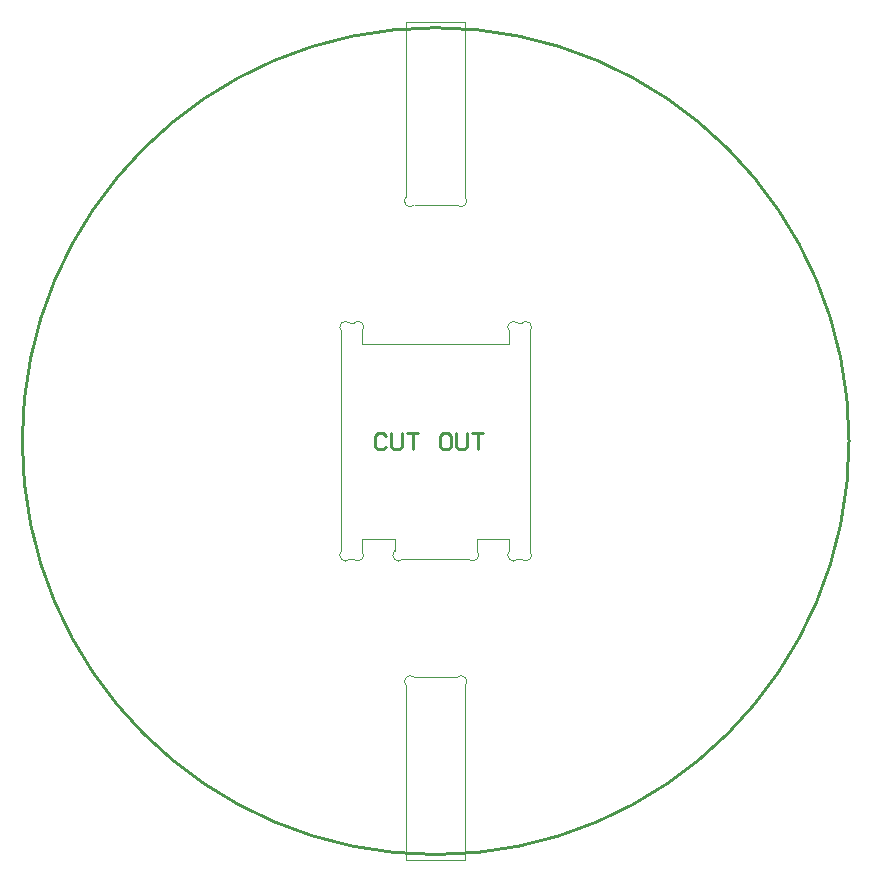
<source format=gko>
%FSLAX24Y24*%
%MOIN*%
G70*
G01*
G75*
G04 Layer_Color=16711935*
%ADD10C,0.0100*%
%ADD11R,0.0197X0.0433*%
%ADD12R,0.0433X0.0197*%
G04:AMPARAMS|DCode=13|XSize=30mil|YSize=22mil|CornerRadius=5.5mil|HoleSize=0mil|Usage=FLASHONLY|Rotation=180.000|XOffset=0mil|YOffset=0mil|HoleType=Round|Shape=RoundedRectangle|*
%AMROUNDEDRECTD13*
21,1,0.0300,0.0110,0,0,180.0*
21,1,0.0190,0.0220,0,0,180.0*
1,1,0.0110,-0.0095,0.0055*
1,1,0.0110,0.0095,0.0055*
1,1,0.0110,0.0095,-0.0055*
1,1,0.0110,-0.0095,-0.0055*
%
%ADD13ROUNDEDRECTD13*%
G04:AMPARAMS|DCode=14|XSize=55.1mil|YSize=39.4mil|CornerRadius=4.9mil|HoleSize=0mil|Usage=FLASHONLY|Rotation=180.000|XOffset=0mil|YOffset=0mil|HoleType=Round|Shape=RoundedRectangle|*
%AMROUNDEDRECTD14*
21,1,0.0551,0.0295,0,0,180.0*
21,1,0.0453,0.0394,0,0,180.0*
1,1,0.0098,-0.0226,0.0148*
1,1,0.0098,0.0226,0.0148*
1,1,0.0098,0.0226,-0.0148*
1,1,0.0098,-0.0226,-0.0148*
%
%ADD14ROUNDEDRECTD14*%
G04:AMPARAMS|DCode=15|XSize=50mil|YSize=24mil|CornerRadius=6mil|HoleSize=0mil|Usage=FLASHONLY|Rotation=180.000|XOffset=0mil|YOffset=0mil|HoleType=Round|Shape=RoundedRectangle|*
%AMROUNDEDRECTD15*
21,1,0.0500,0.0120,0,0,180.0*
21,1,0.0380,0.0240,0,0,180.0*
1,1,0.0120,-0.0190,0.0060*
1,1,0.0120,0.0190,0.0060*
1,1,0.0120,0.0190,-0.0060*
1,1,0.0120,-0.0190,-0.0060*
%
%ADD15ROUNDEDRECTD15*%
G04:AMPARAMS|DCode=16|XSize=30mil|YSize=22mil|CornerRadius=5.5mil|HoleSize=0mil|Usage=FLASHONLY|Rotation=135.000|XOffset=0mil|YOffset=0mil|HoleType=Round|Shape=RoundedRectangle|*
%AMROUNDEDRECTD16*
21,1,0.0300,0.0110,0,0,135.0*
21,1,0.0190,0.0220,0,0,135.0*
1,1,0.0110,-0.0028,0.0106*
1,1,0.0110,0.0106,-0.0028*
1,1,0.0110,0.0028,-0.0106*
1,1,0.0110,-0.0106,0.0028*
%
%ADD16ROUNDEDRECTD16*%
%ADD17R,0.1102X0.1102*%
%ADD18O,0.0098X0.0354*%
%ADD19O,0.0354X0.0098*%
G04:AMPARAMS|DCode=20|XSize=40mil|YSize=40mil|CornerRadius=10mil|HoleSize=0mil|Usage=FLASHONLY|Rotation=135.000|XOffset=0mil|YOffset=0mil|HoleType=Round|Shape=RoundedRectangle|*
%AMROUNDEDRECTD20*
21,1,0.0400,0.0200,0,0,135.0*
21,1,0.0200,0.0400,0,0,135.0*
1,1,0.0200,0.0000,0.0141*
1,1,0.0200,0.0141,0.0000*
1,1,0.0200,0.0000,-0.0141*
1,1,0.0200,-0.0141,0.0000*
%
%ADD20ROUNDEDRECTD20*%
%ADD21P,0.1893X4X180.0*%
G04:AMPARAMS|DCode=22|XSize=9.8mil|YSize=29.5mil|CornerRadius=0mil|HoleSize=0mil|Usage=FLASHONLY|Rotation=135.000|XOffset=0mil|YOffset=0mil|HoleType=Round|Shape=Round|*
%AMOVALD22*
21,1,0.0197,0.0098,0.0000,0.0000,225.0*
1,1,0.0098,0.0070,0.0070*
1,1,0.0098,-0.0070,-0.0070*
%
%ADD22OVALD22*%

G04:AMPARAMS|DCode=23|XSize=9.8mil|YSize=29.5mil|CornerRadius=0mil|HoleSize=0mil|Usage=FLASHONLY|Rotation=225.000|XOffset=0mil|YOffset=0mil|HoleType=Round|Shape=Round|*
%AMOVALD23*
21,1,0.0197,0.0098,0.0000,0.0000,315.0*
1,1,0.0098,-0.0070,0.0070*
1,1,0.0098,0.0070,-0.0070*
%
%ADD23OVALD23*%

G04:AMPARAMS|DCode=24|XSize=35.4mil|YSize=19.7mil|CornerRadius=2.5mil|HoleSize=0mil|Usage=FLASHONLY|Rotation=170.000|XOffset=0mil|YOffset=0mil|HoleType=Round|Shape=RoundedRectangle|*
%AMROUNDEDRECTD24*
21,1,0.0354,0.0148,0,0,170.0*
21,1,0.0305,0.0197,0,0,170.0*
1,1,0.0049,-0.0137,0.0099*
1,1,0.0049,0.0163,0.0046*
1,1,0.0049,0.0137,-0.0099*
1,1,0.0049,-0.0163,-0.0046*
%
%ADD24ROUNDEDRECTD24*%
G04:AMPARAMS|DCode=25|XSize=15.7mil|YSize=19.7mil|CornerRadius=2mil|HoleSize=0mil|Usage=FLASHONLY|Rotation=170.000|XOffset=0mil|YOffset=0mil|HoleType=Round|Shape=RoundedRectangle|*
%AMROUNDEDRECTD25*
21,1,0.0157,0.0157,0,0,170.0*
21,1,0.0118,0.0197,0,0,170.0*
1,1,0.0039,-0.0044,0.0088*
1,1,0.0039,0.0072,0.0067*
1,1,0.0039,0.0044,-0.0088*
1,1,0.0039,-0.0072,-0.0067*
%
%ADD25ROUNDEDRECTD25*%
G04:AMPARAMS|DCode=26|XSize=35.4mil|YSize=19.7mil|CornerRadius=2.5mil|HoleSize=0mil|Usage=FLASHONLY|Rotation=162.000|XOffset=0mil|YOffset=0mil|HoleType=Round|Shape=RoundedRectangle|*
%AMROUNDEDRECTD26*
21,1,0.0354,0.0148,0,0,162.0*
21,1,0.0305,0.0197,0,0,162.0*
1,1,0.0049,-0.0122,0.0117*
1,1,0.0049,0.0168,0.0023*
1,1,0.0049,0.0122,-0.0117*
1,1,0.0049,-0.0168,-0.0023*
%
%ADD26ROUNDEDRECTD26*%
G04:AMPARAMS|DCode=27|XSize=15.7mil|YSize=19.7mil|CornerRadius=2mil|HoleSize=0mil|Usage=FLASHONLY|Rotation=162.000|XOffset=0mil|YOffset=0mil|HoleType=Round|Shape=RoundedRectangle|*
%AMROUNDEDRECTD27*
21,1,0.0157,0.0157,0,0,162.0*
21,1,0.0118,0.0197,0,0,162.0*
1,1,0.0039,-0.0032,0.0093*
1,1,0.0039,0.0081,0.0057*
1,1,0.0039,0.0032,-0.0093*
1,1,0.0039,-0.0081,-0.0057*
%
%ADD27ROUNDEDRECTD27*%
G04:AMPARAMS|DCode=28|XSize=35.4mil|YSize=19.7mil|CornerRadius=2.5mil|HoleSize=0mil|Usage=FLASHONLY|Rotation=154.000|XOffset=0mil|YOffset=0mil|HoleType=Round|Shape=RoundedRectangle|*
%AMROUNDEDRECTD28*
21,1,0.0354,0.0148,0,0,154.0*
21,1,0.0305,0.0197,0,0,154.0*
1,1,0.0049,-0.0105,0.0133*
1,1,0.0049,0.0169,-0.0001*
1,1,0.0049,0.0105,-0.0133*
1,1,0.0049,-0.0169,0.0001*
%
%ADD28ROUNDEDRECTD28*%
G04:AMPARAMS|DCode=29|XSize=15.7mil|YSize=19.7mil|CornerRadius=2mil|HoleSize=0mil|Usage=FLASHONLY|Rotation=154.000|XOffset=0mil|YOffset=0mil|HoleType=Round|Shape=RoundedRectangle|*
%AMROUNDEDRECTD29*
21,1,0.0157,0.0157,0,0,154.0*
21,1,0.0118,0.0197,0,0,154.0*
1,1,0.0039,-0.0019,0.0097*
1,1,0.0039,0.0088,0.0045*
1,1,0.0039,0.0019,-0.0097*
1,1,0.0039,-0.0088,-0.0045*
%
%ADD29ROUNDEDRECTD29*%
G04:AMPARAMS|DCode=30|XSize=35.4mil|YSize=19.7mil|CornerRadius=2.5mil|HoleSize=0mil|Usage=FLASHONLY|Rotation=146.000|XOffset=0mil|YOffset=0mil|HoleType=Round|Shape=RoundedRectangle|*
%AMROUNDEDRECTD30*
21,1,0.0354,0.0148,0,0,146.0*
21,1,0.0305,0.0197,0,0,146.0*
1,1,0.0049,-0.0085,0.0147*
1,1,0.0049,0.0168,-0.0024*
1,1,0.0049,0.0085,-0.0147*
1,1,0.0049,-0.0168,0.0024*
%
%ADD30ROUNDEDRECTD30*%
G04:AMPARAMS|DCode=31|XSize=15.7mil|YSize=19.7mil|CornerRadius=2mil|HoleSize=0mil|Usage=FLASHONLY|Rotation=146.000|XOffset=0mil|YOffset=0mil|HoleType=Round|Shape=RoundedRectangle|*
%AMROUNDEDRECTD31*
21,1,0.0157,0.0157,0,0,146.0*
21,1,0.0118,0.0197,0,0,146.0*
1,1,0.0039,-0.0005,0.0098*
1,1,0.0039,0.0093,0.0032*
1,1,0.0039,0.0005,-0.0098*
1,1,0.0039,-0.0093,-0.0032*
%
%ADD31ROUNDEDRECTD31*%
G04:AMPARAMS|DCode=32|XSize=35.4mil|YSize=19.7mil|CornerRadius=2.5mil|HoleSize=0mil|Usage=FLASHONLY|Rotation=138.000|XOffset=0mil|YOffset=0mil|HoleType=Round|Shape=RoundedRectangle|*
%AMROUNDEDRECTD32*
21,1,0.0354,0.0148,0,0,138.0*
21,1,0.0305,0.0197,0,0,138.0*
1,1,0.0049,-0.0064,0.0157*
1,1,0.0049,0.0163,-0.0047*
1,1,0.0049,0.0064,-0.0157*
1,1,0.0049,-0.0163,0.0047*
%
%ADD32ROUNDEDRECTD32*%
G04:AMPARAMS|DCode=33|XSize=15.7mil|YSize=19.7mil|CornerRadius=2mil|HoleSize=0mil|Usage=FLASHONLY|Rotation=138.000|XOffset=0mil|YOffset=0mil|HoleType=Round|Shape=RoundedRectangle|*
%AMROUNDEDRECTD33*
21,1,0.0157,0.0157,0,0,138.0*
21,1,0.0118,0.0197,0,0,138.0*
1,1,0.0039,0.0009,0.0098*
1,1,0.0039,0.0097,0.0019*
1,1,0.0039,-0.0009,-0.0098*
1,1,0.0039,-0.0097,-0.0019*
%
%ADD33ROUNDEDRECTD33*%
G04:AMPARAMS|DCode=34|XSize=35.4mil|YSize=19.7mil|CornerRadius=2.5mil|HoleSize=0mil|Usage=FLASHONLY|Rotation=130.000|XOffset=0mil|YOffset=0mil|HoleType=Round|Shape=RoundedRectangle|*
%AMROUNDEDRECTD34*
21,1,0.0354,0.0148,0,0,130.0*
21,1,0.0305,0.0197,0,0,130.0*
1,1,0.0049,-0.0042,0.0164*
1,1,0.0049,0.0155,-0.0069*
1,1,0.0049,0.0042,-0.0164*
1,1,0.0049,-0.0155,0.0069*
%
%ADD34ROUNDEDRECTD34*%
G04:AMPARAMS|DCode=35|XSize=15.7mil|YSize=19.7mil|CornerRadius=2mil|HoleSize=0mil|Usage=FLASHONLY|Rotation=130.000|XOffset=0mil|YOffset=0mil|HoleType=Round|Shape=RoundedRectangle|*
%AMROUNDEDRECTD35*
21,1,0.0157,0.0157,0,0,130.0*
21,1,0.0118,0.0197,0,0,130.0*
1,1,0.0039,0.0022,0.0096*
1,1,0.0039,0.0098,0.0005*
1,1,0.0039,-0.0022,-0.0096*
1,1,0.0039,-0.0098,-0.0005*
%
%ADD35ROUNDEDRECTD35*%
G04:AMPARAMS|DCode=36|XSize=35.4mil|YSize=19.7mil|CornerRadius=2.5mil|HoleSize=0mil|Usage=FLASHONLY|Rotation=122.000|XOffset=0mil|YOffset=0mil|HoleType=Round|Shape=RoundedRectangle|*
%AMROUNDEDRECTD36*
21,1,0.0354,0.0148,0,0,122.0*
21,1,0.0305,0.0197,0,0,122.0*
1,1,0.0049,-0.0018,0.0169*
1,1,0.0049,0.0143,-0.0090*
1,1,0.0049,0.0018,-0.0169*
1,1,0.0049,-0.0143,0.0090*
%
%ADD36ROUNDEDRECTD36*%
G04:AMPARAMS|DCode=37|XSize=15.7mil|YSize=19.7mil|CornerRadius=2mil|HoleSize=0mil|Usage=FLASHONLY|Rotation=122.000|XOffset=0mil|YOffset=0mil|HoleType=Round|Shape=RoundedRectangle|*
%AMROUNDEDRECTD37*
21,1,0.0157,0.0157,0,0,122.0*
21,1,0.0118,0.0197,0,0,122.0*
1,1,0.0039,0.0035,0.0092*
1,1,0.0039,0.0098,-0.0008*
1,1,0.0039,-0.0035,-0.0092*
1,1,0.0039,-0.0098,0.0008*
%
%ADD37ROUNDEDRECTD37*%
G04:AMPARAMS|DCode=38|XSize=35.4mil|YSize=19.7mil|CornerRadius=2.5mil|HoleSize=0mil|Usage=FLASHONLY|Rotation=114.000|XOffset=0mil|YOffset=0mil|HoleType=Round|Shape=RoundedRectangle|*
%AMROUNDEDRECTD38*
21,1,0.0354,0.0148,0,0,114.0*
21,1,0.0305,0.0197,0,0,114.0*
1,1,0.0049,0.0005,0.0169*
1,1,0.0049,0.0129,-0.0109*
1,1,0.0049,-0.0005,-0.0169*
1,1,0.0049,-0.0129,0.0109*
%
%ADD38ROUNDEDRECTD38*%
G04:AMPARAMS|DCode=39|XSize=15.7mil|YSize=19.7mil|CornerRadius=2mil|HoleSize=0mil|Usage=FLASHONLY|Rotation=114.000|XOffset=0mil|YOffset=0mil|HoleType=Round|Shape=RoundedRectangle|*
%AMROUNDEDRECTD39*
21,1,0.0157,0.0157,0,0,114.0*
21,1,0.0118,0.0197,0,0,114.0*
1,1,0.0039,0.0048,0.0086*
1,1,0.0039,0.0096,-0.0022*
1,1,0.0039,-0.0048,-0.0086*
1,1,0.0039,-0.0096,0.0022*
%
%ADD39ROUNDEDRECTD39*%
G04:AMPARAMS|DCode=40|XSize=35.4mil|YSize=19.7mil|CornerRadius=2.5mil|HoleSize=0mil|Usage=FLASHONLY|Rotation=106.000|XOffset=0mil|YOffset=0mil|HoleType=Round|Shape=RoundedRectangle|*
%AMROUNDEDRECTD40*
21,1,0.0354,0.0148,0,0,106.0*
21,1,0.0305,0.0197,0,0,106.0*
1,1,0.0049,0.0029,0.0167*
1,1,0.0049,0.0113,-0.0126*
1,1,0.0049,-0.0029,-0.0167*
1,1,0.0049,-0.0113,0.0126*
%
%ADD40ROUNDEDRECTD40*%
G04:AMPARAMS|DCode=41|XSize=15.7mil|YSize=19.7mil|CornerRadius=2mil|HoleSize=0mil|Usage=FLASHONLY|Rotation=106.000|XOffset=0mil|YOffset=0mil|HoleType=Round|Shape=RoundedRectangle|*
%AMROUNDEDRECTD41*
21,1,0.0157,0.0157,0,0,106.0*
21,1,0.0118,0.0197,0,0,106.0*
1,1,0.0039,0.0059,0.0078*
1,1,0.0039,0.0092,-0.0035*
1,1,0.0039,-0.0059,-0.0078*
1,1,0.0039,-0.0092,0.0035*
%
%ADD41ROUNDEDRECTD41*%
G04:AMPARAMS|DCode=42|XSize=35.4mil|YSize=19.7mil|CornerRadius=2.5mil|HoleSize=0mil|Usage=FLASHONLY|Rotation=98.000|XOffset=0mil|YOffset=0mil|HoleType=Round|Shape=RoundedRectangle|*
%AMROUNDEDRECTD42*
21,1,0.0354,0.0148,0,0,98.0*
21,1,0.0305,0.0197,0,0,98.0*
1,1,0.0049,0.0052,0.0161*
1,1,0.0049,0.0094,-0.0141*
1,1,0.0049,-0.0052,-0.0161*
1,1,0.0049,-0.0094,0.0141*
%
%ADD42ROUNDEDRECTD42*%
G04:AMPARAMS|DCode=43|XSize=15.7mil|YSize=19.7mil|CornerRadius=2mil|HoleSize=0mil|Usage=FLASHONLY|Rotation=98.000|XOffset=0mil|YOffset=0mil|HoleType=Round|Shape=RoundedRectangle|*
%AMROUNDEDRECTD43*
21,1,0.0157,0.0157,0,0,98.0*
21,1,0.0118,0.0197,0,0,98.0*
1,1,0.0039,0.0070,0.0069*
1,1,0.0039,0.0086,-0.0048*
1,1,0.0039,-0.0070,-0.0069*
1,1,0.0039,-0.0086,0.0048*
%
%ADD43ROUNDEDRECTD43*%
G04:AMPARAMS|DCode=44|XSize=35.4mil|YSize=19.7mil|CornerRadius=2.5mil|HoleSize=0mil|Usage=FLASHONLY|Rotation=10.000|XOffset=0mil|YOffset=0mil|HoleType=Round|Shape=RoundedRectangle|*
%AMROUNDEDRECTD44*
21,1,0.0354,0.0148,0,0,10.0*
21,1,0.0305,0.0197,0,0,10.0*
1,1,0.0049,0.0163,-0.0046*
1,1,0.0049,-0.0137,-0.0099*
1,1,0.0049,-0.0163,0.0046*
1,1,0.0049,0.0137,0.0099*
%
%ADD44ROUNDEDRECTD44*%
G04:AMPARAMS|DCode=45|XSize=15.7mil|YSize=19.7mil|CornerRadius=2mil|HoleSize=0mil|Usage=FLASHONLY|Rotation=10.000|XOffset=0mil|YOffset=0mil|HoleType=Round|Shape=RoundedRectangle|*
%AMROUNDEDRECTD45*
21,1,0.0157,0.0157,0,0,10.0*
21,1,0.0118,0.0197,0,0,10.0*
1,1,0.0039,0.0072,-0.0067*
1,1,0.0039,-0.0044,-0.0088*
1,1,0.0039,-0.0072,0.0067*
1,1,0.0039,0.0044,0.0088*
%
%ADD45ROUNDEDRECTD45*%
G04:AMPARAMS|DCode=46|XSize=35.4mil|YSize=19.7mil|CornerRadius=2.5mil|HoleSize=0mil|Usage=FLASHONLY|Rotation=18.000|XOffset=0mil|YOffset=0mil|HoleType=Round|Shape=RoundedRectangle|*
%AMROUNDEDRECTD46*
21,1,0.0354,0.0148,0,0,18.0*
21,1,0.0305,0.0197,0,0,18.0*
1,1,0.0049,0.0168,-0.0023*
1,1,0.0049,-0.0122,-0.0117*
1,1,0.0049,-0.0168,0.0023*
1,1,0.0049,0.0122,0.0117*
%
%ADD46ROUNDEDRECTD46*%
G04:AMPARAMS|DCode=47|XSize=15.7mil|YSize=19.7mil|CornerRadius=2mil|HoleSize=0mil|Usage=FLASHONLY|Rotation=18.000|XOffset=0mil|YOffset=0mil|HoleType=Round|Shape=RoundedRectangle|*
%AMROUNDEDRECTD47*
21,1,0.0157,0.0157,0,0,18.0*
21,1,0.0118,0.0197,0,0,18.0*
1,1,0.0039,0.0081,-0.0057*
1,1,0.0039,-0.0032,-0.0093*
1,1,0.0039,-0.0081,0.0057*
1,1,0.0039,0.0032,0.0093*
%
%ADD47ROUNDEDRECTD47*%
G04:AMPARAMS|DCode=48|XSize=35.4mil|YSize=19.7mil|CornerRadius=2.5mil|HoleSize=0mil|Usage=FLASHONLY|Rotation=26.000|XOffset=0mil|YOffset=0mil|HoleType=Round|Shape=RoundedRectangle|*
%AMROUNDEDRECTD48*
21,1,0.0354,0.0148,0,0,26.0*
21,1,0.0305,0.0197,0,0,26.0*
1,1,0.0049,0.0169,0.0001*
1,1,0.0049,-0.0105,-0.0133*
1,1,0.0049,-0.0169,-0.0001*
1,1,0.0049,0.0105,0.0133*
%
%ADD48ROUNDEDRECTD48*%
G04:AMPARAMS|DCode=49|XSize=15.7mil|YSize=19.7mil|CornerRadius=2mil|HoleSize=0mil|Usage=FLASHONLY|Rotation=26.000|XOffset=0mil|YOffset=0mil|HoleType=Round|Shape=RoundedRectangle|*
%AMROUNDEDRECTD49*
21,1,0.0157,0.0157,0,0,26.0*
21,1,0.0118,0.0197,0,0,26.0*
1,1,0.0039,0.0088,-0.0045*
1,1,0.0039,-0.0019,-0.0097*
1,1,0.0039,-0.0088,0.0045*
1,1,0.0039,0.0019,0.0097*
%
%ADD49ROUNDEDRECTD49*%
G04:AMPARAMS|DCode=50|XSize=35.4mil|YSize=19.7mil|CornerRadius=2.5mil|HoleSize=0mil|Usage=FLASHONLY|Rotation=34.000|XOffset=0mil|YOffset=0mil|HoleType=Round|Shape=RoundedRectangle|*
%AMROUNDEDRECTD50*
21,1,0.0354,0.0148,0,0,34.0*
21,1,0.0305,0.0197,0,0,34.0*
1,1,0.0049,0.0168,0.0024*
1,1,0.0049,-0.0085,-0.0147*
1,1,0.0049,-0.0168,-0.0024*
1,1,0.0049,0.0085,0.0147*
%
%ADD50ROUNDEDRECTD50*%
G04:AMPARAMS|DCode=51|XSize=15.7mil|YSize=19.7mil|CornerRadius=2mil|HoleSize=0mil|Usage=FLASHONLY|Rotation=34.000|XOffset=0mil|YOffset=0mil|HoleType=Round|Shape=RoundedRectangle|*
%AMROUNDEDRECTD51*
21,1,0.0157,0.0157,0,0,34.0*
21,1,0.0118,0.0197,0,0,34.0*
1,1,0.0039,0.0093,-0.0032*
1,1,0.0039,-0.0005,-0.0098*
1,1,0.0039,-0.0093,0.0032*
1,1,0.0039,0.0005,0.0098*
%
%ADD51ROUNDEDRECTD51*%
G04:AMPARAMS|DCode=52|XSize=35.4mil|YSize=19.7mil|CornerRadius=2.5mil|HoleSize=0mil|Usage=FLASHONLY|Rotation=42.000|XOffset=0mil|YOffset=0mil|HoleType=Round|Shape=RoundedRectangle|*
%AMROUNDEDRECTD52*
21,1,0.0354,0.0148,0,0,42.0*
21,1,0.0305,0.0197,0,0,42.0*
1,1,0.0049,0.0163,0.0047*
1,1,0.0049,-0.0064,-0.0157*
1,1,0.0049,-0.0163,-0.0047*
1,1,0.0049,0.0064,0.0157*
%
%ADD52ROUNDEDRECTD52*%
G04:AMPARAMS|DCode=53|XSize=15.7mil|YSize=19.7mil|CornerRadius=2mil|HoleSize=0mil|Usage=FLASHONLY|Rotation=42.000|XOffset=0mil|YOffset=0mil|HoleType=Round|Shape=RoundedRectangle|*
%AMROUNDEDRECTD53*
21,1,0.0157,0.0157,0,0,42.0*
21,1,0.0118,0.0197,0,0,42.0*
1,1,0.0039,0.0097,-0.0019*
1,1,0.0039,0.0009,-0.0098*
1,1,0.0039,-0.0097,0.0019*
1,1,0.0039,-0.0009,0.0098*
%
%ADD53ROUNDEDRECTD53*%
G04:AMPARAMS|DCode=54|XSize=35.4mil|YSize=19.7mil|CornerRadius=2.5mil|HoleSize=0mil|Usage=FLASHONLY|Rotation=50.000|XOffset=0mil|YOffset=0mil|HoleType=Round|Shape=RoundedRectangle|*
%AMROUNDEDRECTD54*
21,1,0.0354,0.0148,0,0,50.0*
21,1,0.0305,0.0197,0,0,50.0*
1,1,0.0049,0.0155,0.0069*
1,1,0.0049,-0.0042,-0.0164*
1,1,0.0049,-0.0155,-0.0069*
1,1,0.0049,0.0042,0.0164*
%
%ADD54ROUNDEDRECTD54*%
G04:AMPARAMS|DCode=55|XSize=15.7mil|YSize=19.7mil|CornerRadius=2mil|HoleSize=0mil|Usage=FLASHONLY|Rotation=50.000|XOffset=0mil|YOffset=0mil|HoleType=Round|Shape=RoundedRectangle|*
%AMROUNDEDRECTD55*
21,1,0.0157,0.0157,0,0,50.0*
21,1,0.0118,0.0197,0,0,50.0*
1,1,0.0039,0.0098,-0.0005*
1,1,0.0039,0.0022,-0.0096*
1,1,0.0039,-0.0098,0.0005*
1,1,0.0039,-0.0022,0.0096*
%
%ADD55ROUNDEDRECTD55*%
G04:AMPARAMS|DCode=56|XSize=35.4mil|YSize=19.7mil|CornerRadius=2.5mil|HoleSize=0mil|Usage=FLASHONLY|Rotation=58.000|XOffset=0mil|YOffset=0mil|HoleType=Round|Shape=RoundedRectangle|*
%AMROUNDEDRECTD56*
21,1,0.0354,0.0148,0,0,58.0*
21,1,0.0305,0.0197,0,0,58.0*
1,1,0.0049,0.0143,0.0090*
1,1,0.0049,-0.0018,-0.0169*
1,1,0.0049,-0.0143,-0.0090*
1,1,0.0049,0.0018,0.0169*
%
%ADD56ROUNDEDRECTD56*%
G04:AMPARAMS|DCode=57|XSize=15.7mil|YSize=19.7mil|CornerRadius=2mil|HoleSize=0mil|Usage=FLASHONLY|Rotation=58.000|XOffset=0mil|YOffset=0mil|HoleType=Round|Shape=RoundedRectangle|*
%AMROUNDEDRECTD57*
21,1,0.0157,0.0157,0,0,58.0*
21,1,0.0118,0.0197,0,0,58.0*
1,1,0.0039,0.0098,0.0008*
1,1,0.0039,0.0035,-0.0092*
1,1,0.0039,-0.0098,-0.0008*
1,1,0.0039,-0.0035,0.0092*
%
%ADD57ROUNDEDRECTD57*%
G04:AMPARAMS|DCode=58|XSize=35.4mil|YSize=19.7mil|CornerRadius=2.5mil|HoleSize=0mil|Usage=FLASHONLY|Rotation=66.000|XOffset=0mil|YOffset=0mil|HoleType=Round|Shape=RoundedRectangle|*
%AMROUNDEDRECTD58*
21,1,0.0354,0.0148,0,0,66.0*
21,1,0.0305,0.0197,0,0,66.0*
1,1,0.0049,0.0129,0.0109*
1,1,0.0049,0.0005,-0.0169*
1,1,0.0049,-0.0129,-0.0109*
1,1,0.0049,-0.0005,0.0169*
%
%ADD58ROUNDEDRECTD58*%
G04:AMPARAMS|DCode=59|XSize=15.7mil|YSize=19.7mil|CornerRadius=2mil|HoleSize=0mil|Usage=FLASHONLY|Rotation=66.000|XOffset=0mil|YOffset=0mil|HoleType=Round|Shape=RoundedRectangle|*
%AMROUNDEDRECTD59*
21,1,0.0157,0.0157,0,0,66.0*
21,1,0.0118,0.0197,0,0,66.0*
1,1,0.0039,0.0096,0.0022*
1,1,0.0039,0.0048,-0.0086*
1,1,0.0039,-0.0096,-0.0022*
1,1,0.0039,-0.0048,0.0086*
%
%ADD59ROUNDEDRECTD59*%
G04:AMPARAMS|DCode=60|XSize=35.4mil|YSize=19.7mil|CornerRadius=2.5mil|HoleSize=0mil|Usage=FLASHONLY|Rotation=74.000|XOffset=0mil|YOffset=0mil|HoleType=Round|Shape=RoundedRectangle|*
%AMROUNDEDRECTD60*
21,1,0.0354,0.0148,0,0,74.0*
21,1,0.0305,0.0197,0,0,74.0*
1,1,0.0049,0.0113,0.0126*
1,1,0.0049,0.0029,-0.0167*
1,1,0.0049,-0.0113,-0.0126*
1,1,0.0049,-0.0029,0.0167*
%
%ADD60ROUNDEDRECTD60*%
G04:AMPARAMS|DCode=61|XSize=15.7mil|YSize=19.7mil|CornerRadius=2mil|HoleSize=0mil|Usage=FLASHONLY|Rotation=74.000|XOffset=0mil|YOffset=0mil|HoleType=Round|Shape=RoundedRectangle|*
%AMROUNDEDRECTD61*
21,1,0.0157,0.0157,0,0,74.0*
21,1,0.0118,0.0197,0,0,74.0*
1,1,0.0039,0.0092,0.0035*
1,1,0.0039,0.0059,-0.0078*
1,1,0.0039,-0.0092,-0.0035*
1,1,0.0039,-0.0059,0.0078*
%
%ADD61ROUNDEDRECTD61*%
G04:AMPARAMS|DCode=62|XSize=35.4mil|YSize=19.7mil|CornerRadius=2.5mil|HoleSize=0mil|Usage=FLASHONLY|Rotation=82.000|XOffset=0mil|YOffset=0mil|HoleType=Round|Shape=RoundedRectangle|*
%AMROUNDEDRECTD62*
21,1,0.0354,0.0148,0,0,82.0*
21,1,0.0305,0.0197,0,0,82.0*
1,1,0.0049,0.0094,0.0141*
1,1,0.0049,0.0052,-0.0161*
1,1,0.0049,-0.0094,-0.0141*
1,1,0.0049,-0.0052,0.0161*
%
%ADD62ROUNDEDRECTD62*%
G04:AMPARAMS|DCode=63|XSize=15.7mil|YSize=19.7mil|CornerRadius=2mil|HoleSize=0mil|Usage=FLASHONLY|Rotation=82.000|XOffset=0mil|YOffset=0mil|HoleType=Round|Shape=RoundedRectangle|*
%AMROUNDEDRECTD63*
21,1,0.0157,0.0157,0,0,82.0*
21,1,0.0118,0.0197,0,0,82.0*
1,1,0.0039,0.0086,0.0048*
1,1,0.0039,0.0070,-0.0069*
1,1,0.0039,-0.0086,-0.0048*
1,1,0.0039,-0.0070,0.0069*
%
%ADD63ROUNDEDRECTD63*%
G04:AMPARAMS|DCode=64|XSize=35.4mil|YSize=19.7mil|CornerRadius=2.5mil|HoleSize=0mil|Usage=FLASHONLY|Rotation=90.000|XOffset=0mil|YOffset=0mil|HoleType=Round|Shape=RoundedRectangle|*
%AMROUNDEDRECTD64*
21,1,0.0354,0.0148,0,0,90.0*
21,1,0.0305,0.0197,0,0,90.0*
1,1,0.0049,0.0074,0.0153*
1,1,0.0049,0.0074,-0.0153*
1,1,0.0049,-0.0074,-0.0153*
1,1,0.0049,-0.0074,0.0153*
%
%ADD64ROUNDEDRECTD64*%
G04:AMPARAMS|DCode=65|XSize=15.7mil|YSize=19.7mil|CornerRadius=2mil|HoleSize=0mil|Usage=FLASHONLY|Rotation=90.000|XOffset=0mil|YOffset=0mil|HoleType=Round|Shape=RoundedRectangle|*
%AMROUNDEDRECTD65*
21,1,0.0157,0.0157,0,0,90.0*
21,1,0.0118,0.0197,0,0,90.0*
1,1,0.0039,0.0079,0.0059*
1,1,0.0039,0.0079,-0.0059*
1,1,0.0039,-0.0079,-0.0059*
1,1,0.0039,-0.0079,0.0059*
%
%ADD65ROUNDEDRECTD65*%
%ADD66R,0.0886X0.0472*%
%ADD67R,0.0433X0.1063*%
%ADD68R,0.0138X0.0236*%
%ADD69R,0.0453X0.0236*%
G04:AMPARAMS|DCode=70|XSize=30mil|YSize=22mil|CornerRadius=5.5mil|HoleSize=0mil|Usage=FLASHONLY|Rotation=225.000|XOffset=0mil|YOffset=0mil|HoleType=Round|Shape=RoundedRectangle|*
%AMROUNDEDRECTD70*
21,1,0.0300,0.0110,0,0,225.0*
21,1,0.0190,0.0220,0,0,225.0*
1,1,0.0110,-0.0106,-0.0028*
1,1,0.0110,0.0028,0.0106*
1,1,0.0110,0.0106,0.0028*
1,1,0.0110,-0.0028,-0.0106*
%
%ADD70ROUNDEDRECTD70*%
%ADD71R,0.0256X0.0118*%
%ADD72R,0.0689X0.0984*%
%ADD73R,0.0118X0.0256*%
G04:AMPARAMS|DCode=74|XSize=30mil|YSize=22mil|CornerRadius=5.5mil|HoleSize=0mil|Usage=FLASHONLY|Rotation=270.000|XOffset=0mil|YOffset=0mil|HoleType=Round|Shape=RoundedRectangle|*
%AMROUNDEDRECTD74*
21,1,0.0300,0.0110,0,0,270.0*
21,1,0.0190,0.0220,0,0,270.0*
1,1,0.0110,-0.0055,-0.0095*
1,1,0.0110,-0.0055,0.0095*
1,1,0.0110,0.0055,0.0095*
1,1,0.0110,0.0055,-0.0095*
%
%ADD74ROUNDEDRECTD74*%
%ADD75C,0.0200*%
%ADD76C,0.0080*%
%ADD77R,0.4350X0.1000*%
%ADD78R,0.4400X0.1650*%
%ADD79C,0.0276*%
%ADD80R,0.0591X0.0591*%
%ADD81R,0.0591X0.0591*%
%ADD82C,0.0591*%
%ADD83C,0.0250*%
%ADD84C,0.0260*%
%ADD85C,0.0157*%
%ADD86C,0.0300*%
%ADD87C,0.0500*%
%ADD88C,0.0197*%
%ADD89P,0.0341X8X157.5*%
G04:AMPARAMS|DCode=90|XSize=133.9mil|YSize=141.7mil|CornerRadius=0.7mil|HoleSize=0mil|Usage=FLASHONLY|Rotation=135.000|XOffset=0mil|YOffset=0mil|HoleType=Round|Shape=RoundedRectangle|*
%AMROUNDEDRECTD90*
21,1,0.1339,0.1404,0,0,135.0*
21,1,0.1325,0.1417,0,0,135.0*
1,1,0.0013,0.0028,0.0965*
1,1,0.0013,0.0965,0.0028*
1,1,0.0013,-0.0028,-0.0965*
1,1,0.0013,-0.0965,-0.0028*
%
%ADD90ROUNDEDRECTD90*%
G04:AMPARAMS|DCode=91|XSize=133.9mil|YSize=141.7mil|CornerRadius=0.7mil|HoleSize=0mil|Usage=FLASHONLY|Rotation=225.000|XOffset=0mil|YOffset=0mil|HoleType=Round|Shape=RoundedRectangle|*
%AMROUNDEDRECTD91*
21,1,0.1339,0.1404,0,0,225.0*
21,1,0.1325,0.1417,0,0,225.0*
1,1,0.0013,-0.0965,0.0028*
1,1,0.0013,-0.0028,0.0965*
1,1,0.0013,0.0965,-0.0028*
1,1,0.0013,0.0028,-0.0965*
%
%ADD91ROUNDEDRECTD91*%
G04:AMPARAMS|DCode=92|XSize=24mil|YSize=30mil|CornerRadius=6mil|HoleSize=0mil|Usage=FLASHONLY|Rotation=270.000|XOffset=0mil|YOffset=0mil|HoleType=Round|Shape=RoundedRectangle|*
%AMROUNDEDRECTD92*
21,1,0.0240,0.0180,0,0,270.0*
21,1,0.0120,0.0300,0,0,270.0*
1,1,0.0120,-0.0090,-0.0060*
1,1,0.0120,-0.0090,0.0060*
1,1,0.0120,0.0090,0.0060*
1,1,0.0120,0.0090,-0.0060*
%
%ADD92ROUNDEDRECTD92*%
%ADD93R,0.4350X0.0950*%
%ADD94C,0.0098*%
%ADD95C,0.0039*%
%ADD96C,0.0079*%
%ADD97C,0.0010*%
%ADD98C,0.0050*%
%ADD99C,0.0138*%
%ADD100P,0.0000X4X180.0*%
%ADD101C,0.0157*%
G04:AMPARAMS|DCode=102|XSize=23.6mil|YSize=141.7mil|CornerRadius=0mil|HoleSize=0mil|Usage=FLASHONLY|Rotation=135.000|XOffset=0mil|YOffset=0mil|HoleType=Round|Shape=Rectangle|*
%AMROTATEDRECTD102*
4,1,4,0.0585,0.0418,-0.0418,-0.0585,-0.0585,-0.0418,0.0418,0.0585,0.0585,0.0418,0.0*
%
%ADD102ROTATEDRECTD102*%

G04:AMPARAMS|DCode=103|XSize=23.6mil|YSize=141.7mil|CornerRadius=0mil|HoleSize=0mil|Usage=FLASHONLY|Rotation=45.000|XOffset=0mil|YOffset=0mil|HoleType=Round|Shape=Rectangle|*
%AMROTATEDRECTD103*
4,1,4,0.0418,-0.0585,-0.0585,0.0418,-0.0418,0.0585,0.0585,-0.0418,0.0418,-0.0585,0.0*
%
%ADD103ROTATEDRECTD103*%

%ADD104R,0.4400X0.0950*%
%ADD105R,0.4450X0.1400*%
%ADD106R,0.0277X0.0513*%
%ADD107R,0.0513X0.0277*%
G04:AMPARAMS|DCode=108|XSize=38mil|YSize=30mil|CornerRadius=9.5mil|HoleSize=0mil|Usage=FLASHONLY|Rotation=180.000|XOffset=0mil|YOffset=0mil|HoleType=Round|Shape=RoundedRectangle|*
%AMROUNDEDRECTD108*
21,1,0.0380,0.0110,0,0,180.0*
21,1,0.0190,0.0300,0,0,180.0*
1,1,0.0190,-0.0095,0.0055*
1,1,0.0190,0.0095,0.0055*
1,1,0.0190,0.0095,-0.0055*
1,1,0.0190,-0.0095,-0.0055*
%
%ADD108ROUNDEDRECTD108*%
G04:AMPARAMS|DCode=109|XSize=63.1mil|YSize=47.4mil|CornerRadius=8.9mil|HoleSize=0mil|Usage=FLASHONLY|Rotation=180.000|XOffset=0mil|YOffset=0mil|HoleType=Round|Shape=RoundedRectangle|*
%AMROUNDEDRECTD109*
21,1,0.0631,0.0295,0,0,180.0*
21,1,0.0453,0.0474,0,0,180.0*
1,1,0.0178,-0.0226,0.0148*
1,1,0.0178,0.0226,0.0148*
1,1,0.0178,0.0226,-0.0148*
1,1,0.0178,-0.0226,-0.0148*
%
%ADD109ROUNDEDRECTD109*%
G04:AMPARAMS|DCode=110|XSize=58mil|YSize=32mil|CornerRadius=10mil|HoleSize=0mil|Usage=FLASHONLY|Rotation=180.000|XOffset=0mil|YOffset=0mil|HoleType=Round|Shape=RoundedRectangle|*
%AMROUNDEDRECTD110*
21,1,0.0580,0.0120,0,0,180.0*
21,1,0.0380,0.0320,0,0,180.0*
1,1,0.0200,-0.0190,0.0060*
1,1,0.0200,0.0190,0.0060*
1,1,0.0200,0.0190,-0.0060*
1,1,0.0200,-0.0190,-0.0060*
%
%ADD110ROUNDEDRECTD110*%
G04:AMPARAMS|DCode=111|XSize=38mil|YSize=30mil|CornerRadius=9.5mil|HoleSize=0mil|Usage=FLASHONLY|Rotation=135.000|XOffset=0mil|YOffset=0mil|HoleType=Round|Shape=RoundedRectangle|*
%AMROUNDEDRECTD111*
21,1,0.0380,0.0110,0,0,135.0*
21,1,0.0190,0.0300,0,0,135.0*
1,1,0.0190,-0.0028,0.0106*
1,1,0.0190,0.0106,-0.0028*
1,1,0.0190,0.0028,-0.0106*
1,1,0.0190,-0.0106,0.0028*
%
%ADD111ROUNDEDRECTD111*%
%ADD112R,0.1182X0.1182*%
%ADD113O,0.0178X0.0434*%
%ADD114O,0.0434X0.0178*%
G04:AMPARAMS|DCode=115|XSize=48mil|YSize=48mil|CornerRadius=14mil|HoleSize=0mil|Usage=FLASHONLY|Rotation=135.000|XOffset=0mil|YOffset=0mil|HoleType=Round|Shape=RoundedRectangle|*
%AMROUNDEDRECTD115*
21,1,0.0480,0.0200,0,0,135.0*
21,1,0.0200,0.0480,0,0,135.0*
1,1,0.0280,0.0000,0.0141*
1,1,0.0280,0.0141,0.0000*
1,1,0.0280,0.0000,-0.0141*
1,1,0.0280,-0.0141,0.0000*
%
%ADD115ROUNDEDRECTD115*%
G04:AMPARAMS|DCode=116|XSize=15.7mil|YSize=35.4mil|CornerRadius=0mil|HoleSize=0mil|Usage=FLASHONLY|Rotation=135.000|XOffset=0mil|YOffset=0mil|HoleType=Round|Shape=Round|*
%AMOVALD116*
21,1,0.0197,0.0157,0.0000,0.0000,225.0*
1,1,0.0157,0.0070,0.0070*
1,1,0.0157,-0.0070,-0.0070*
%
%ADD116OVALD116*%

G04:AMPARAMS|DCode=117|XSize=15.7mil|YSize=35.4mil|CornerRadius=0mil|HoleSize=0mil|Usage=FLASHONLY|Rotation=225.000|XOffset=0mil|YOffset=0mil|HoleType=Round|Shape=Round|*
%AMOVALD117*
21,1,0.0197,0.0157,0.0000,0.0000,315.0*
1,1,0.0157,-0.0070,0.0070*
1,1,0.0157,0.0070,-0.0070*
%
%ADD117OVALD117*%

G04:AMPARAMS|DCode=118|XSize=43.4mil|YSize=27.7mil|CornerRadius=6.5mil|HoleSize=0mil|Usage=FLASHONLY|Rotation=170.000|XOffset=0mil|YOffset=0mil|HoleType=Round|Shape=RoundedRectangle|*
%AMROUNDEDRECTD118*
21,1,0.0434,0.0148,0,0,170.0*
21,1,0.0305,0.0277,0,0,170.0*
1,1,0.0129,-0.0137,0.0099*
1,1,0.0129,0.0163,0.0046*
1,1,0.0129,0.0137,-0.0099*
1,1,0.0129,-0.0163,-0.0046*
%
%ADD118ROUNDEDRECTD118*%
G04:AMPARAMS|DCode=119|XSize=23.7mil|YSize=27.7mil|CornerRadius=6mil|HoleSize=0mil|Usage=FLASHONLY|Rotation=170.000|XOffset=0mil|YOffset=0mil|HoleType=Round|Shape=RoundedRectangle|*
%AMROUNDEDRECTD119*
21,1,0.0237,0.0157,0,0,170.0*
21,1,0.0118,0.0277,0,0,170.0*
1,1,0.0119,-0.0044,0.0088*
1,1,0.0119,0.0072,0.0067*
1,1,0.0119,0.0044,-0.0088*
1,1,0.0119,-0.0072,-0.0067*
%
%ADD119ROUNDEDRECTD119*%
G04:AMPARAMS|DCode=120|XSize=43.4mil|YSize=27.7mil|CornerRadius=6.5mil|HoleSize=0mil|Usage=FLASHONLY|Rotation=162.000|XOffset=0mil|YOffset=0mil|HoleType=Round|Shape=RoundedRectangle|*
%AMROUNDEDRECTD120*
21,1,0.0434,0.0148,0,0,162.0*
21,1,0.0305,0.0277,0,0,162.0*
1,1,0.0129,-0.0122,0.0117*
1,1,0.0129,0.0168,0.0023*
1,1,0.0129,0.0122,-0.0117*
1,1,0.0129,-0.0168,-0.0023*
%
%ADD120ROUNDEDRECTD120*%
G04:AMPARAMS|DCode=121|XSize=23.7mil|YSize=27.7mil|CornerRadius=6mil|HoleSize=0mil|Usage=FLASHONLY|Rotation=162.000|XOffset=0mil|YOffset=0mil|HoleType=Round|Shape=RoundedRectangle|*
%AMROUNDEDRECTD121*
21,1,0.0237,0.0157,0,0,162.0*
21,1,0.0118,0.0277,0,0,162.0*
1,1,0.0119,-0.0032,0.0093*
1,1,0.0119,0.0081,0.0057*
1,1,0.0119,0.0032,-0.0093*
1,1,0.0119,-0.0081,-0.0057*
%
%ADD121ROUNDEDRECTD121*%
G04:AMPARAMS|DCode=122|XSize=43.4mil|YSize=27.7mil|CornerRadius=6.5mil|HoleSize=0mil|Usage=FLASHONLY|Rotation=154.000|XOffset=0mil|YOffset=0mil|HoleType=Round|Shape=RoundedRectangle|*
%AMROUNDEDRECTD122*
21,1,0.0434,0.0148,0,0,154.0*
21,1,0.0305,0.0277,0,0,154.0*
1,1,0.0129,-0.0105,0.0133*
1,1,0.0129,0.0169,-0.0001*
1,1,0.0129,0.0105,-0.0133*
1,1,0.0129,-0.0169,0.0001*
%
%ADD122ROUNDEDRECTD122*%
G04:AMPARAMS|DCode=123|XSize=23.7mil|YSize=27.7mil|CornerRadius=6mil|HoleSize=0mil|Usage=FLASHONLY|Rotation=154.000|XOffset=0mil|YOffset=0mil|HoleType=Round|Shape=RoundedRectangle|*
%AMROUNDEDRECTD123*
21,1,0.0237,0.0157,0,0,154.0*
21,1,0.0118,0.0277,0,0,154.0*
1,1,0.0119,-0.0019,0.0097*
1,1,0.0119,0.0088,0.0045*
1,1,0.0119,0.0019,-0.0097*
1,1,0.0119,-0.0088,-0.0045*
%
%ADD123ROUNDEDRECTD123*%
G04:AMPARAMS|DCode=124|XSize=43.4mil|YSize=27.7mil|CornerRadius=6.5mil|HoleSize=0mil|Usage=FLASHONLY|Rotation=146.000|XOffset=0mil|YOffset=0mil|HoleType=Round|Shape=RoundedRectangle|*
%AMROUNDEDRECTD124*
21,1,0.0434,0.0148,0,0,146.0*
21,1,0.0305,0.0277,0,0,146.0*
1,1,0.0129,-0.0085,0.0147*
1,1,0.0129,0.0168,-0.0024*
1,1,0.0129,0.0085,-0.0147*
1,1,0.0129,-0.0168,0.0024*
%
%ADD124ROUNDEDRECTD124*%
G04:AMPARAMS|DCode=125|XSize=23.7mil|YSize=27.7mil|CornerRadius=6mil|HoleSize=0mil|Usage=FLASHONLY|Rotation=146.000|XOffset=0mil|YOffset=0mil|HoleType=Round|Shape=RoundedRectangle|*
%AMROUNDEDRECTD125*
21,1,0.0237,0.0157,0,0,146.0*
21,1,0.0118,0.0277,0,0,146.0*
1,1,0.0119,-0.0005,0.0098*
1,1,0.0119,0.0093,0.0032*
1,1,0.0119,0.0005,-0.0098*
1,1,0.0119,-0.0093,-0.0032*
%
%ADD125ROUNDEDRECTD125*%
G04:AMPARAMS|DCode=126|XSize=43.4mil|YSize=27.7mil|CornerRadius=6.5mil|HoleSize=0mil|Usage=FLASHONLY|Rotation=138.000|XOffset=0mil|YOffset=0mil|HoleType=Round|Shape=RoundedRectangle|*
%AMROUNDEDRECTD126*
21,1,0.0434,0.0148,0,0,138.0*
21,1,0.0305,0.0277,0,0,138.0*
1,1,0.0129,-0.0064,0.0157*
1,1,0.0129,0.0163,-0.0047*
1,1,0.0129,0.0064,-0.0157*
1,1,0.0129,-0.0163,0.0047*
%
%ADD126ROUNDEDRECTD126*%
G04:AMPARAMS|DCode=127|XSize=23.7mil|YSize=27.7mil|CornerRadius=6mil|HoleSize=0mil|Usage=FLASHONLY|Rotation=138.000|XOffset=0mil|YOffset=0mil|HoleType=Round|Shape=RoundedRectangle|*
%AMROUNDEDRECTD127*
21,1,0.0237,0.0157,0,0,138.0*
21,1,0.0118,0.0277,0,0,138.0*
1,1,0.0119,0.0009,0.0098*
1,1,0.0119,0.0097,0.0019*
1,1,0.0119,-0.0009,-0.0098*
1,1,0.0119,-0.0097,-0.0019*
%
%ADD127ROUNDEDRECTD127*%
G04:AMPARAMS|DCode=128|XSize=43.4mil|YSize=27.7mil|CornerRadius=6.5mil|HoleSize=0mil|Usage=FLASHONLY|Rotation=130.000|XOffset=0mil|YOffset=0mil|HoleType=Round|Shape=RoundedRectangle|*
%AMROUNDEDRECTD128*
21,1,0.0434,0.0148,0,0,130.0*
21,1,0.0305,0.0277,0,0,130.0*
1,1,0.0129,-0.0042,0.0164*
1,1,0.0129,0.0155,-0.0069*
1,1,0.0129,0.0042,-0.0164*
1,1,0.0129,-0.0155,0.0069*
%
%ADD128ROUNDEDRECTD128*%
G04:AMPARAMS|DCode=129|XSize=23.7mil|YSize=27.7mil|CornerRadius=6mil|HoleSize=0mil|Usage=FLASHONLY|Rotation=130.000|XOffset=0mil|YOffset=0mil|HoleType=Round|Shape=RoundedRectangle|*
%AMROUNDEDRECTD129*
21,1,0.0237,0.0157,0,0,130.0*
21,1,0.0118,0.0277,0,0,130.0*
1,1,0.0119,0.0022,0.0096*
1,1,0.0119,0.0098,0.0005*
1,1,0.0119,-0.0022,-0.0096*
1,1,0.0119,-0.0098,-0.0005*
%
%ADD129ROUNDEDRECTD129*%
G04:AMPARAMS|DCode=130|XSize=43.4mil|YSize=27.7mil|CornerRadius=6.5mil|HoleSize=0mil|Usage=FLASHONLY|Rotation=122.000|XOffset=0mil|YOffset=0mil|HoleType=Round|Shape=RoundedRectangle|*
%AMROUNDEDRECTD130*
21,1,0.0434,0.0148,0,0,122.0*
21,1,0.0305,0.0277,0,0,122.0*
1,1,0.0129,-0.0018,0.0169*
1,1,0.0129,0.0143,-0.0090*
1,1,0.0129,0.0018,-0.0169*
1,1,0.0129,-0.0143,0.0090*
%
%ADD130ROUNDEDRECTD130*%
G04:AMPARAMS|DCode=131|XSize=23.7mil|YSize=27.7mil|CornerRadius=6mil|HoleSize=0mil|Usage=FLASHONLY|Rotation=122.000|XOffset=0mil|YOffset=0mil|HoleType=Round|Shape=RoundedRectangle|*
%AMROUNDEDRECTD131*
21,1,0.0237,0.0157,0,0,122.0*
21,1,0.0118,0.0277,0,0,122.0*
1,1,0.0119,0.0035,0.0092*
1,1,0.0119,0.0098,-0.0008*
1,1,0.0119,-0.0035,-0.0092*
1,1,0.0119,-0.0098,0.0008*
%
%ADD131ROUNDEDRECTD131*%
G04:AMPARAMS|DCode=132|XSize=43.4mil|YSize=27.7mil|CornerRadius=6.5mil|HoleSize=0mil|Usage=FLASHONLY|Rotation=114.000|XOffset=0mil|YOffset=0mil|HoleType=Round|Shape=RoundedRectangle|*
%AMROUNDEDRECTD132*
21,1,0.0434,0.0148,0,0,114.0*
21,1,0.0305,0.0277,0,0,114.0*
1,1,0.0129,0.0005,0.0169*
1,1,0.0129,0.0129,-0.0109*
1,1,0.0129,-0.0005,-0.0169*
1,1,0.0129,-0.0129,0.0109*
%
%ADD132ROUNDEDRECTD132*%
G04:AMPARAMS|DCode=133|XSize=23.7mil|YSize=27.7mil|CornerRadius=6mil|HoleSize=0mil|Usage=FLASHONLY|Rotation=114.000|XOffset=0mil|YOffset=0mil|HoleType=Round|Shape=RoundedRectangle|*
%AMROUNDEDRECTD133*
21,1,0.0237,0.0157,0,0,114.0*
21,1,0.0118,0.0277,0,0,114.0*
1,1,0.0119,0.0048,0.0086*
1,1,0.0119,0.0096,-0.0022*
1,1,0.0119,-0.0048,-0.0086*
1,1,0.0119,-0.0096,0.0022*
%
%ADD133ROUNDEDRECTD133*%
G04:AMPARAMS|DCode=134|XSize=43.4mil|YSize=27.7mil|CornerRadius=6.5mil|HoleSize=0mil|Usage=FLASHONLY|Rotation=106.000|XOffset=0mil|YOffset=0mil|HoleType=Round|Shape=RoundedRectangle|*
%AMROUNDEDRECTD134*
21,1,0.0434,0.0148,0,0,106.0*
21,1,0.0305,0.0277,0,0,106.0*
1,1,0.0129,0.0029,0.0167*
1,1,0.0129,0.0113,-0.0126*
1,1,0.0129,-0.0029,-0.0167*
1,1,0.0129,-0.0113,0.0126*
%
%ADD134ROUNDEDRECTD134*%
G04:AMPARAMS|DCode=135|XSize=23.7mil|YSize=27.7mil|CornerRadius=6mil|HoleSize=0mil|Usage=FLASHONLY|Rotation=106.000|XOffset=0mil|YOffset=0mil|HoleType=Round|Shape=RoundedRectangle|*
%AMROUNDEDRECTD135*
21,1,0.0237,0.0157,0,0,106.0*
21,1,0.0118,0.0277,0,0,106.0*
1,1,0.0119,0.0059,0.0078*
1,1,0.0119,0.0092,-0.0035*
1,1,0.0119,-0.0059,-0.0078*
1,1,0.0119,-0.0092,0.0035*
%
%ADD135ROUNDEDRECTD135*%
G04:AMPARAMS|DCode=136|XSize=43.4mil|YSize=27.7mil|CornerRadius=6.5mil|HoleSize=0mil|Usage=FLASHONLY|Rotation=98.000|XOffset=0mil|YOffset=0mil|HoleType=Round|Shape=RoundedRectangle|*
%AMROUNDEDRECTD136*
21,1,0.0434,0.0148,0,0,98.0*
21,1,0.0305,0.0277,0,0,98.0*
1,1,0.0129,0.0052,0.0161*
1,1,0.0129,0.0094,-0.0141*
1,1,0.0129,-0.0052,-0.0161*
1,1,0.0129,-0.0094,0.0141*
%
%ADD136ROUNDEDRECTD136*%
G04:AMPARAMS|DCode=137|XSize=23.7mil|YSize=27.7mil|CornerRadius=6mil|HoleSize=0mil|Usage=FLASHONLY|Rotation=98.000|XOffset=0mil|YOffset=0mil|HoleType=Round|Shape=RoundedRectangle|*
%AMROUNDEDRECTD137*
21,1,0.0237,0.0157,0,0,98.0*
21,1,0.0118,0.0277,0,0,98.0*
1,1,0.0119,0.0070,0.0069*
1,1,0.0119,0.0086,-0.0048*
1,1,0.0119,-0.0070,-0.0069*
1,1,0.0119,-0.0086,0.0048*
%
%ADD137ROUNDEDRECTD137*%
G04:AMPARAMS|DCode=138|XSize=43.4mil|YSize=27.7mil|CornerRadius=6.5mil|HoleSize=0mil|Usage=FLASHONLY|Rotation=10.000|XOffset=0mil|YOffset=0mil|HoleType=Round|Shape=RoundedRectangle|*
%AMROUNDEDRECTD138*
21,1,0.0434,0.0148,0,0,10.0*
21,1,0.0305,0.0277,0,0,10.0*
1,1,0.0129,0.0163,-0.0046*
1,1,0.0129,-0.0137,-0.0099*
1,1,0.0129,-0.0163,0.0046*
1,1,0.0129,0.0137,0.0099*
%
%ADD138ROUNDEDRECTD138*%
G04:AMPARAMS|DCode=139|XSize=23.7mil|YSize=27.7mil|CornerRadius=6mil|HoleSize=0mil|Usage=FLASHONLY|Rotation=10.000|XOffset=0mil|YOffset=0mil|HoleType=Round|Shape=RoundedRectangle|*
%AMROUNDEDRECTD139*
21,1,0.0237,0.0157,0,0,10.0*
21,1,0.0118,0.0277,0,0,10.0*
1,1,0.0119,0.0072,-0.0067*
1,1,0.0119,-0.0044,-0.0088*
1,1,0.0119,-0.0072,0.0067*
1,1,0.0119,0.0044,0.0088*
%
%ADD139ROUNDEDRECTD139*%
G04:AMPARAMS|DCode=140|XSize=43.4mil|YSize=27.7mil|CornerRadius=6.5mil|HoleSize=0mil|Usage=FLASHONLY|Rotation=18.000|XOffset=0mil|YOffset=0mil|HoleType=Round|Shape=RoundedRectangle|*
%AMROUNDEDRECTD140*
21,1,0.0434,0.0148,0,0,18.0*
21,1,0.0305,0.0277,0,0,18.0*
1,1,0.0129,0.0168,-0.0023*
1,1,0.0129,-0.0122,-0.0117*
1,1,0.0129,-0.0168,0.0023*
1,1,0.0129,0.0122,0.0117*
%
%ADD140ROUNDEDRECTD140*%
G04:AMPARAMS|DCode=141|XSize=23.7mil|YSize=27.7mil|CornerRadius=6mil|HoleSize=0mil|Usage=FLASHONLY|Rotation=18.000|XOffset=0mil|YOffset=0mil|HoleType=Round|Shape=RoundedRectangle|*
%AMROUNDEDRECTD141*
21,1,0.0237,0.0157,0,0,18.0*
21,1,0.0118,0.0277,0,0,18.0*
1,1,0.0119,0.0081,-0.0057*
1,1,0.0119,-0.0032,-0.0093*
1,1,0.0119,-0.0081,0.0057*
1,1,0.0119,0.0032,0.0093*
%
%ADD141ROUNDEDRECTD141*%
G04:AMPARAMS|DCode=142|XSize=43.4mil|YSize=27.7mil|CornerRadius=6.5mil|HoleSize=0mil|Usage=FLASHONLY|Rotation=26.000|XOffset=0mil|YOffset=0mil|HoleType=Round|Shape=RoundedRectangle|*
%AMROUNDEDRECTD142*
21,1,0.0434,0.0148,0,0,26.0*
21,1,0.0305,0.0277,0,0,26.0*
1,1,0.0129,0.0169,0.0001*
1,1,0.0129,-0.0105,-0.0133*
1,1,0.0129,-0.0169,-0.0001*
1,1,0.0129,0.0105,0.0133*
%
%ADD142ROUNDEDRECTD142*%
G04:AMPARAMS|DCode=143|XSize=23.7mil|YSize=27.7mil|CornerRadius=6mil|HoleSize=0mil|Usage=FLASHONLY|Rotation=26.000|XOffset=0mil|YOffset=0mil|HoleType=Round|Shape=RoundedRectangle|*
%AMROUNDEDRECTD143*
21,1,0.0237,0.0157,0,0,26.0*
21,1,0.0118,0.0277,0,0,26.0*
1,1,0.0119,0.0088,-0.0045*
1,1,0.0119,-0.0019,-0.0097*
1,1,0.0119,-0.0088,0.0045*
1,1,0.0119,0.0019,0.0097*
%
%ADD143ROUNDEDRECTD143*%
G04:AMPARAMS|DCode=144|XSize=43.4mil|YSize=27.7mil|CornerRadius=6.5mil|HoleSize=0mil|Usage=FLASHONLY|Rotation=34.000|XOffset=0mil|YOffset=0mil|HoleType=Round|Shape=RoundedRectangle|*
%AMROUNDEDRECTD144*
21,1,0.0434,0.0148,0,0,34.0*
21,1,0.0305,0.0277,0,0,34.0*
1,1,0.0129,0.0168,0.0024*
1,1,0.0129,-0.0085,-0.0147*
1,1,0.0129,-0.0168,-0.0024*
1,1,0.0129,0.0085,0.0147*
%
%ADD144ROUNDEDRECTD144*%
G04:AMPARAMS|DCode=145|XSize=23.7mil|YSize=27.7mil|CornerRadius=6mil|HoleSize=0mil|Usage=FLASHONLY|Rotation=34.000|XOffset=0mil|YOffset=0mil|HoleType=Round|Shape=RoundedRectangle|*
%AMROUNDEDRECTD145*
21,1,0.0237,0.0157,0,0,34.0*
21,1,0.0118,0.0277,0,0,34.0*
1,1,0.0119,0.0093,-0.0032*
1,1,0.0119,-0.0005,-0.0098*
1,1,0.0119,-0.0093,0.0032*
1,1,0.0119,0.0005,0.0098*
%
%ADD145ROUNDEDRECTD145*%
G04:AMPARAMS|DCode=146|XSize=43.4mil|YSize=27.7mil|CornerRadius=6.5mil|HoleSize=0mil|Usage=FLASHONLY|Rotation=42.000|XOffset=0mil|YOffset=0mil|HoleType=Round|Shape=RoundedRectangle|*
%AMROUNDEDRECTD146*
21,1,0.0434,0.0148,0,0,42.0*
21,1,0.0305,0.0277,0,0,42.0*
1,1,0.0129,0.0163,0.0047*
1,1,0.0129,-0.0064,-0.0157*
1,1,0.0129,-0.0163,-0.0047*
1,1,0.0129,0.0064,0.0157*
%
%ADD146ROUNDEDRECTD146*%
G04:AMPARAMS|DCode=147|XSize=23.7mil|YSize=27.7mil|CornerRadius=6mil|HoleSize=0mil|Usage=FLASHONLY|Rotation=42.000|XOffset=0mil|YOffset=0mil|HoleType=Round|Shape=RoundedRectangle|*
%AMROUNDEDRECTD147*
21,1,0.0237,0.0157,0,0,42.0*
21,1,0.0118,0.0277,0,0,42.0*
1,1,0.0119,0.0097,-0.0019*
1,1,0.0119,0.0009,-0.0098*
1,1,0.0119,-0.0097,0.0019*
1,1,0.0119,-0.0009,0.0098*
%
%ADD147ROUNDEDRECTD147*%
G04:AMPARAMS|DCode=148|XSize=43.4mil|YSize=27.7mil|CornerRadius=6.5mil|HoleSize=0mil|Usage=FLASHONLY|Rotation=50.000|XOffset=0mil|YOffset=0mil|HoleType=Round|Shape=RoundedRectangle|*
%AMROUNDEDRECTD148*
21,1,0.0434,0.0148,0,0,50.0*
21,1,0.0305,0.0277,0,0,50.0*
1,1,0.0129,0.0155,0.0069*
1,1,0.0129,-0.0042,-0.0164*
1,1,0.0129,-0.0155,-0.0069*
1,1,0.0129,0.0042,0.0164*
%
%ADD148ROUNDEDRECTD148*%
G04:AMPARAMS|DCode=149|XSize=23.7mil|YSize=27.7mil|CornerRadius=6mil|HoleSize=0mil|Usage=FLASHONLY|Rotation=50.000|XOffset=0mil|YOffset=0mil|HoleType=Round|Shape=RoundedRectangle|*
%AMROUNDEDRECTD149*
21,1,0.0237,0.0157,0,0,50.0*
21,1,0.0118,0.0277,0,0,50.0*
1,1,0.0119,0.0098,-0.0005*
1,1,0.0119,0.0022,-0.0096*
1,1,0.0119,-0.0098,0.0005*
1,1,0.0119,-0.0022,0.0096*
%
%ADD149ROUNDEDRECTD149*%
G04:AMPARAMS|DCode=150|XSize=43.4mil|YSize=27.7mil|CornerRadius=6.5mil|HoleSize=0mil|Usage=FLASHONLY|Rotation=58.000|XOffset=0mil|YOffset=0mil|HoleType=Round|Shape=RoundedRectangle|*
%AMROUNDEDRECTD150*
21,1,0.0434,0.0148,0,0,58.0*
21,1,0.0305,0.0277,0,0,58.0*
1,1,0.0129,0.0143,0.0090*
1,1,0.0129,-0.0018,-0.0169*
1,1,0.0129,-0.0143,-0.0090*
1,1,0.0129,0.0018,0.0169*
%
%ADD150ROUNDEDRECTD150*%
G04:AMPARAMS|DCode=151|XSize=23.7mil|YSize=27.7mil|CornerRadius=6mil|HoleSize=0mil|Usage=FLASHONLY|Rotation=58.000|XOffset=0mil|YOffset=0mil|HoleType=Round|Shape=RoundedRectangle|*
%AMROUNDEDRECTD151*
21,1,0.0237,0.0157,0,0,58.0*
21,1,0.0118,0.0277,0,0,58.0*
1,1,0.0119,0.0098,0.0008*
1,1,0.0119,0.0035,-0.0092*
1,1,0.0119,-0.0098,-0.0008*
1,1,0.0119,-0.0035,0.0092*
%
%ADD151ROUNDEDRECTD151*%
G04:AMPARAMS|DCode=152|XSize=43.4mil|YSize=27.7mil|CornerRadius=6.5mil|HoleSize=0mil|Usage=FLASHONLY|Rotation=66.000|XOffset=0mil|YOffset=0mil|HoleType=Round|Shape=RoundedRectangle|*
%AMROUNDEDRECTD152*
21,1,0.0434,0.0148,0,0,66.0*
21,1,0.0305,0.0277,0,0,66.0*
1,1,0.0129,0.0129,0.0109*
1,1,0.0129,0.0005,-0.0169*
1,1,0.0129,-0.0129,-0.0109*
1,1,0.0129,-0.0005,0.0169*
%
%ADD152ROUNDEDRECTD152*%
G04:AMPARAMS|DCode=153|XSize=23.7mil|YSize=27.7mil|CornerRadius=6mil|HoleSize=0mil|Usage=FLASHONLY|Rotation=66.000|XOffset=0mil|YOffset=0mil|HoleType=Round|Shape=RoundedRectangle|*
%AMROUNDEDRECTD153*
21,1,0.0237,0.0157,0,0,66.0*
21,1,0.0118,0.0277,0,0,66.0*
1,1,0.0119,0.0096,0.0022*
1,1,0.0119,0.0048,-0.0086*
1,1,0.0119,-0.0096,-0.0022*
1,1,0.0119,-0.0048,0.0086*
%
%ADD153ROUNDEDRECTD153*%
G04:AMPARAMS|DCode=154|XSize=43.4mil|YSize=27.7mil|CornerRadius=6.5mil|HoleSize=0mil|Usage=FLASHONLY|Rotation=74.000|XOffset=0mil|YOffset=0mil|HoleType=Round|Shape=RoundedRectangle|*
%AMROUNDEDRECTD154*
21,1,0.0434,0.0148,0,0,74.0*
21,1,0.0305,0.0277,0,0,74.0*
1,1,0.0129,0.0113,0.0126*
1,1,0.0129,0.0029,-0.0167*
1,1,0.0129,-0.0113,-0.0126*
1,1,0.0129,-0.0029,0.0167*
%
%ADD154ROUNDEDRECTD154*%
G04:AMPARAMS|DCode=155|XSize=23.7mil|YSize=27.7mil|CornerRadius=6mil|HoleSize=0mil|Usage=FLASHONLY|Rotation=74.000|XOffset=0mil|YOffset=0mil|HoleType=Round|Shape=RoundedRectangle|*
%AMROUNDEDRECTD155*
21,1,0.0237,0.0157,0,0,74.0*
21,1,0.0118,0.0277,0,0,74.0*
1,1,0.0119,0.0092,0.0035*
1,1,0.0119,0.0059,-0.0078*
1,1,0.0119,-0.0092,-0.0035*
1,1,0.0119,-0.0059,0.0078*
%
%ADD155ROUNDEDRECTD155*%
G04:AMPARAMS|DCode=156|XSize=43.4mil|YSize=27.7mil|CornerRadius=6.5mil|HoleSize=0mil|Usage=FLASHONLY|Rotation=82.000|XOffset=0mil|YOffset=0mil|HoleType=Round|Shape=RoundedRectangle|*
%AMROUNDEDRECTD156*
21,1,0.0434,0.0148,0,0,82.0*
21,1,0.0305,0.0277,0,0,82.0*
1,1,0.0129,0.0094,0.0141*
1,1,0.0129,0.0052,-0.0161*
1,1,0.0129,-0.0094,-0.0141*
1,1,0.0129,-0.0052,0.0161*
%
%ADD156ROUNDEDRECTD156*%
G04:AMPARAMS|DCode=157|XSize=23.7mil|YSize=27.7mil|CornerRadius=6mil|HoleSize=0mil|Usage=FLASHONLY|Rotation=82.000|XOffset=0mil|YOffset=0mil|HoleType=Round|Shape=RoundedRectangle|*
%AMROUNDEDRECTD157*
21,1,0.0237,0.0157,0,0,82.0*
21,1,0.0118,0.0277,0,0,82.0*
1,1,0.0119,0.0086,0.0048*
1,1,0.0119,0.0070,-0.0069*
1,1,0.0119,-0.0086,-0.0048*
1,1,0.0119,-0.0070,0.0069*
%
%ADD157ROUNDEDRECTD157*%
G04:AMPARAMS|DCode=158|XSize=43.4mil|YSize=27.7mil|CornerRadius=6.5mil|HoleSize=0mil|Usage=FLASHONLY|Rotation=90.000|XOffset=0mil|YOffset=0mil|HoleType=Round|Shape=RoundedRectangle|*
%AMROUNDEDRECTD158*
21,1,0.0434,0.0148,0,0,90.0*
21,1,0.0305,0.0277,0,0,90.0*
1,1,0.0129,0.0074,0.0153*
1,1,0.0129,0.0074,-0.0153*
1,1,0.0129,-0.0074,-0.0153*
1,1,0.0129,-0.0074,0.0153*
%
%ADD158ROUNDEDRECTD158*%
G04:AMPARAMS|DCode=159|XSize=23.7mil|YSize=27.7mil|CornerRadius=6mil|HoleSize=0mil|Usage=FLASHONLY|Rotation=90.000|XOffset=0mil|YOffset=0mil|HoleType=Round|Shape=RoundedRectangle|*
%AMROUNDEDRECTD159*
21,1,0.0237,0.0157,0,0,90.0*
21,1,0.0118,0.0277,0,0,90.0*
1,1,0.0119,0.0079,0.0059*
1,1,0.0119,0.0079,-0.0059*
1,1,0.0119,-0.0079,-0.0059*
1,1,0.0119,-0.0079,0.0059*
%
%ADD159ROUNDEDRECTD159*%
%ADD160R,0.0945X0.0532*%
%ADD161R,0.0492X0.1122*%
%ADD162R,0.0197X0.0295*%
%ADD163R,0.0512X0.0295*%
G04:AMPARAMS|DCode=164|XSize=38mil|YSize=30mil|CornerRadius=9.5mil|HoleSize=0mil|Usage=FLASHONLY|Rotation=225.000|XOffset=0mil|YOffset=0mil|HoleType=Round|Shape=RoundedRectangle|*
%AMROUNDEDRECTD164*
21,1,0.0380,0.0110,0,0,225.0*
21,1,0.0190,0.0300,0,0,225.0*
1,1,0.0190,-0.0106,-0.0028*
1,1,0.0190,0.0028,0.0106*
1,1,0.0190,0.0106,0.0028*
1,1,0.0190,-0.0028,-0.0106*
%
%ADD164ROUNDEDRECTD164*%
%ADD165R,0.0336X0.0198*%
%ADD166R,0.0769X0.1064*%
%ADD167R,0.0198X0.0336*%
G04:AMPARAMS|DCode=168|XSize=38mil|YSize=30mil|CornerRadius=9.5mil|HoleSize=0mil|Usage=FLASHONLY|Rotation=270.000|XOffset=0mil|YOffset=0mil|HoleType=Round|Shape=RoundedRectangle|*
%AMROUNDEDRECTD168*
21,1,0.0380,0.0110,0,0,270.0*
21,1,0.0190,0.0300,0,0,270.0*
1,1,0.0190,-0.0055,-0.0095*
1,1,0.0190,-0.0055,0.0095*
1,1,0.0190,0.0055,0.0095*
1,1,0.0190,0.0055,-0.0095*
%
%ADD168ROUNDEDRECTD168*%
%ADD169C,0.0356*%
%ADD170R,0.0671X0.0671*%
%ADD171R,0.0671X0.0671*%
%ADD172C,0.0671*%
%ADD173C,0.0330*%
%ADD174C,0.0380*%
%ADD175C,0.0580*%
G04:AMPARAMS|DCode=176|XSize=32mil|YSize=38mil|CornerRadius=10mil|HoleSize=0mil|Usage=FLASHONLY|Rotation=270.000|XOffset=0mil|YOffset=0mil|HoleType=Round|Shape=RoundedRectangle|*
%AMROUNDEDRECTD176*
21,1,0.0320,0.0180,0,0,270.0*
21,1,0.0120,0.0380,0,0,270.0*
1,1,0.0200,-0.0090,-0.0060*
1,1,0.0200,-0.0090,0.0060*
1,1,0.0200,0.0090,0.0060*
1,1,0.0200,0.0090,-0.0060*
%
%ADD176ROUNDEDRECTD176*%
%ADD177C,0.0340*%
%ADD178C,0.0277*%
G04:AMPARAMS|DCode=179|XSize=0mil|YSize=7.9mil|CornerRadius=0mil|HoleSize=0mil|Usage=FLASHONLY|Rotation=135.000|XOffset=0mil|YOffset=0mil|HoleType=Round|Shape=RoundedRectangle|*
%AMROUNDEDRECTD179*
21,1,0.0000,0.0079,0,0,135.0*
21,1,0.0000,0.0079,0,0,135.0*
1,1,0.0000,0.0028,0.0028*
1,1,0.0000,0.0028,0.0028*
1,1,0.0000,-0.0028,-0.0028*
1,1,0.0000,-0.0028,-0.0028*
%
%ADD179ROUNDEDRECTD179*%
G04:AMPARAMS|DCode=180|XSize=0mil|YSize=7.9mil|CornerRadius=0mil|HoleSize=0mil|Usage=FLASHONLY|Rotation=225.000|XOffset=0mil|YOffset=0mil|HoleType=Round|Shape=RoundedRectangle|*
%AMROUNDEDRECTD180*
21,1,0.0000,0.0079,0,0,225.0*
21,1,0.0000,0.0079,0,0,225.0*
1,1,0.0000,-0.0028,0.0028*
1,1,0.0000,-0.0028,0.0028*
1,1,0.0000,0.0028,-0.0028*
1,1,0.0000,0.0028,-0.0028*
%
%ADD180ROUNDEDRECTD180*%
%ADD181C,0.0060*%
D10*
X53150Y39370D02*
G03*
X53150Y39370I-13780J0D01*
G01*
X37710Y39550D02*
X37620Y39640D01*
X37440D01*
X37350Y39550D01*
Y39190D01*
X37440Y39100D01*
X37620D01*
X37710Y39190D01*
X37890Y39640D02*
Y39190D01*
X37980Y39100D01*
X38160D01*
X38250Y39190D01*
Y39640D01*
X38430D02*
X38790D01*
X38610D01*
Y39100D01*
X39779Y39640D02*
X39599D01*
X39509Y39550D01*
Y39190D01*
X39599Y39100D01*
X39779D01*
X39869Y39190D01*
Y39550D01*
X39779Y39640D01*
X40049D02*
Y39190D01*
X40139Y39100D01*
X40319D01*
X40409Y39190D01*
Y39640D01*
X40589D02*
X40949D01*
X40769D01*
Y39100D01*
D95*
X38386Y47522D02*
G03*
X38664Y47244I139J-139D01*
G01*
X40076D02*
G03*
X40354Y47522I139J139D01*
G01*
Y31218D02*
G03*
X40076Y31496I-139J139D01*
G01*
X38664Y31496D02*
G03*
X38386Y31218I-139J-139D01*
G01*
X42514Y43028D02*
G03*
X42236Y43306I-139J139D01*
G01*
X36509Y43309D02*
G03*
X36230Y43030I-139J-139D01*
G01*
Y35710D02*
G03*
X36509Y35431I139J-139D01*
G01*
X42231D02*
G03*
X42510Y35710I139J139D01*
G01*
X42110Y43307D02*
G03*
X41832Y43029I-139J-139D01*
G01*
X36911Y43030D02*
G03*
X36632Y43309I-139J139D01*
G01*
X36633Y35431D02*
G03*
X36911Y35710I139J139D01*
G01*
X38000D02*
G03*
X38278Y35431I139J-139D01*
G01*
X41829Y35710D02*
G03*
X42107Y35431I139J-139D01*
G01*
X40472D02*
G03*
X40750Y35710I139J139D01*
G01*
X38386Y25394D02*
X40354D01*
X38386Y53346D02*
X40354D01*
Y47523D02*
Y53346D01*
X38665Y47244D02*
X40076D01*
X38386Y47523D02*
Y53346D01*
X40354Y25394D02*
Y31218D01*
X38664Y31496D02*
X40076D01*
X38386Y25394D02*
Y31218D01*
X36909Y42618D02*
X41831D01*
X38000Y35710D02*
Y36122D01*
X40750Y35710D02*
Y36122D01*
X36909D02*
X38000D01*
X40750D02*
X41831D01*
X36909Y35710D02*
Y36122D01*
X41831Y35710D02*
Y36122D01*
X36909Y42618D02*
Y43030D01*
X42510Y35710D02*
Y43032D01*
X42110Y43307D02*
X42234D01*
X41831Y42618D02*
Y43027D01*
X36509Y43309D02*
X36632D01*
X38278Y35433D02*
X40472D01*
X36230Y35710D02*
Y43030D01*
X42107Y35433D02*
X42231D01*
X36509D02*
X36633D01*
M02*

</source>
